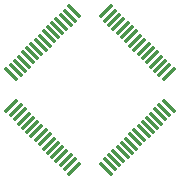
<source format=gbr>
%TF.GenerationSoftware,KiCad,Pcbnew,7.0.6-0*%
%TF.CreationDate,2023-07-17T22:06:51-07:00*%
%TF.ProjectId,84CP01,38344350-3031-42e6-9b69-6361645f7063,rev?*%
%TF.SameCoordinates,Original*%
%TF.FileFunction,Paste,Top*%
%TF.FilePolarity,Positive*%
%FSLAX46Y46*%
G04 Gerber Fmt 4.6, Leading zero omitted, Abs format (unit mm)*
G04 Created by KiCad (PCBNEW 7.0.6-0) date 2023-07-17 22:06:51*
%MOMM*%
%LPD*%
G01*
G04 APERTURE LIST*
G04 Aperture macros list*
%AMRoundRect*
0 Rectangle with rounded corners*
0 $1 Rounding radius*
0 $2 $3 $4 $5 $6 $7 $8 $9 X,Y pos of 4 corners*
0 Add a 4 corners polygon primitive as box body*
4,1,4,$2,$3,$4,$5,$6,$7,$8,$9,$2,$3,0*
0 Add four circle primitives for the rounded corners*
1,1,$1+$1,$2,$3*
1,1,$1+$1,$4,$5*
1,1,$1+$1,$6,$7*
1,1,$1+$1,$8,$9*
0 Add four rect primitives between the rounded corners*
20,1,$1+$1,$2,$3,$4,$5,0*
20,1,$1+$1,$4,$5,$6,$7,0*
20,1,$1+$1,$6,$7,$8,$9,0*
20,1,$1+$1,$8,$9,$2,$3,0*%
G04 Aperture macros list end*
%ADD10RoundRect,0.075000X-0.521491X0.415425X0.415425X-0.521491X0.521491X-0.415425X-0.415425X0.521491X0*%
%ADD11RoundRect,0.075000X-0.521491X-0.415425X-0.415425X-0.521491X0.521491X0.415425X0.415425X0.521491X0*%
G04 APERTURE END LIST*
D10*
%TO.C,U1*%
X107867658Y-83006357D03*
X107514105Y-83359911D03*
X107160551Y-83713464D03*
X106806998Y-84067018D03*
X106453445Y-84420571D03*
X106099891Y-84774124D03*
X105746338Y-85127678D03*
X105392785Y-85481231D03*
X105039231Y-85834785D03*
X104685678Y-86188338D03*
X104332124Y-86541891D03*
X103978571Y-86895445D03*
X103625018Y-87248998D03*
X103271464Y-87602551D03*
X102917911Y-87956105D03*
X102564357Y-88309658D03*
D11*
X102564357Y-91014342D03*
X102917911Y-91367895D03*
X103271464Y-91721449D03*
X103625018Y-92075002D03*
X103978571Y-92428555D03*
X104332124Y-92782109D03*
X104685678Y-93135662D03*
X105039231Y-93489215D03*
X105392785Y-93842769D03*
X105746338Y-94196322D03*
X106099891Y-94549876D03*
X106453445Y-94903429D03*
X106806998Y-95256982D03*
X107160551Y-95610536D03*
X107514105Y-95964089D03*
X107867658Y-96317643D03*
D10*
X110572342Y-96317643D03*
X110925895Y-95964089D03*
X111279449Y-95610536D03*
X111633002Y-95256982D03*
X111986555Y-94903429D03*
X112340109Y-94549876D03*
X112693662Y-94196322D03*
X113047215Y-93842769D03*
X113400769Y-93489215D03*
X113754322Y-93135662D03*
X114107876Y-92782109D03*
X114461429Y-92428555D03*
X114814982Y-92075002D03*
X115168536Y-91721449D03*
X115522089Y-91367895D03*
X115875643Y-91014342D03*
D11*
X115875643Y-88309658D03*
X115522089Y-87956105D03*
X115168536Y-87602551D03*
X114814982Y-87248998D03*
X114461429Y-86895445D03*
X114107876Y-86541891D03*
X113754322Y-86188338D03*
X113400769Y-85834785D03*
X113047215Y-85481231D03*
X112693662Y-85127678D03*
X112340109Y-84774124D03*
X111986555Y-84420571D03*
X111633002Y-84067018D03*
X111279449Y-83713464D03*
X110925895Y-83359911D03*
X110572342Y-83006357D03*
%TD*%
M02*

</source>
